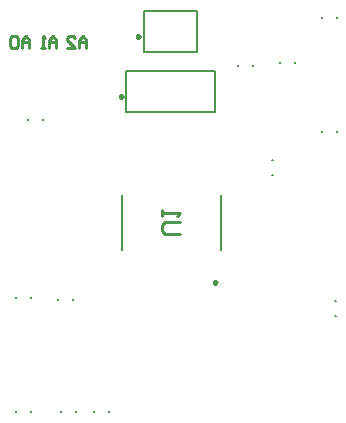
<source format=gbr>
%FSTAX23Y23*%
%MOMM*%
%SFA1B1*%

%IPPOS*%
%ADD26C,0.253999*%
%ADD27C,0.250000*%
%ADD28C,0.200000*%
%LNflightstick_buttonpanelv3r_legend_bot-1*%
%LPD*%
G54D26*
X-11938Y24638D02*
Y25304D01*
X-12271Y25637*
X-12604Y25304*
Y24638*
Y25137*
X-11938*
X-12937Y25471D02*
X-13104Y25637D01*
X-13437*
X-13604Y25471*
Y24804*
X-13437Y24638*
X-13104*
X-12937Y24804*
Y25471*
X-09652Y24638D02*
Y25304D01*
X-09985Y25637*
X-10318Y25304*
Y24638*
Y25137*
X-09652*
X-10651Y24638D02*
X-10984D01*
X-10818*
Y25637*
X-10651Y25471*
X-07112Y24638D02*
Y25304D01*
X-07445Y25637*
X-07778Y25304*
Y24638*
Y25137*
X-07112*
X-08778Y24638D02*
X-08111D01*
X-08778Y25304*
Y25471*
X-08611Y25637*
X-08278*
X-08111Y25471*
X00837Y08839D02*
X-00431D01*
X-00685Y09093*
Y09601*
X-00431Y09855*
X00837*
X-00685Y10363D02*
Y1087D01*
Y10616*
X00837*
X00584Y10363*
G54D27*
X03901Y0478D02*
D01*
X039Y04788*
X03899Y04797*
X03898Y04806*
X03896Y04814*
X03893Y04822*
X0389Y04831*
X03886Y04838*
X03882Y04846*
X03877Y04853*
X03871Y0486*
X03866Y04867*
X03859Y04873*
X03853Y04878*
X03846Y04883*
X03838Y04888*
X0383Y04892*
X03823Y04896*
X03814Y04899*
X03806Y04901*
X03797Y04903*
X03789Y04904*
X0378Y04905*
X03771*
X03763Y04904*
X03754Y04903*
X03745Y04901*
X03737Y04899*
X03729Y04896*
X03721Y04892*
X03713Y04888*
X03706Y04883*
X03699Y04878*
X03692Y04873*
X03686Y04867*
X0368Y0486*
X03675Y04853*
X0367Y04846*
X03665Y04838*
X03661Y04831*
X03658Y04822*
X03656Y04814*
X03653Y04806*
X03652Y04797*
X03651Y04788*
X03651Y0478*
X03651Y04771*
X03652Y04762*
X03653Y04754*
X03656Y04745*
X03658Y04737*
X03661Y04729*
X03665Y04721*
X0367Y04713*
X03675Y04706*
X0368Y04699*
X03686Y04693*
X03692Y04687*
X03699Y04681*
X03706Y04676*
X03713Y04671*
X03721Y04667*
X03729Y04664*
X03737Y04661*
X03745Y04658*
X03754Y04657*
X03763Y04655*
X03771Y04655*
X0378*
X03789Y04655*
X03797Y04657*
X03806Y04658*
X03814Y04661*
X03823Y04664*
X0383Y04667*
X03838Y04671*
X03846Y04676*
X03853Y04681*
X03859Y04687*
X03866Y04693*
X03871Y04699*
X03877Y04706*
X03882Y04713*
X03886Y04721*
X0389Y04729*
X03893Y04737*
X03896Y04745*
X03898Y04754*
X03899Y04762*
X039Y04771*
X03901Y0478*
X-04049Y20529D02*
D01*
X-0405Y20538*
X-04051Y20547*
X-04052Y20555*
X-04054Y20564*
X-04057Y20572*
X-0406Y2058*
X-04064Y20588*
X-04068Y20596*
X-04073Y20603*
X-04079Y2061*
X-04085Y20616*
X-04091Y20622*
X-04098Y20628*
X-04105Y20633*
X-04112Y20638*
X-0412Y20642*
X-04128Y20645*
X-04136Y20648*
X-04144Y20651*
X-04153Y20653*
X-04161Y20654*
X-0417Y20654*
X-04179*
X-04188Y20654*
X-04196Y20653*
X-04205Y20651*
X-04213Y20648*
X-04221Y20645*
X-04229Y20642*
X-04237Y20638*
X-04244Y20633*
X-04251Y20628*
X-04258Y20622*
X-04264Y20616*
X-0427Y2061*
X-04276Y20603*
X-0428Y20596*
X-04285Y20588*
X-04289Y2058*
X-04292Y20572*
X-04295Y20564*
X-04297Y20555*
X-04298Y20547*
X-04299Y20538*
X-04299Y20529*
X-04299Y20521*
X-04298Y20512*
X-04297Y20503*
X-04295Y20495*
X-04292Y20487*
X-04289Y20479*
X-04285Y20471*
X-0428Y20463*
X-04276Y20456*
X-0427Y20449*
X-04264Y20443*
X-04258Y20437*
X-04251Y20431*
X-04244Y20426*
X-04237Y20421*
X-04229Y20417*
X-04221Y20414*
X-04213Y20411*
X-04205Y20408*
X-04196Y20406*
X-04188Y20405*
X-04179Y20405*
X-0417*
X-04161Y20405*
X-04153Y20406*
X-04144Y20408*
X-04136Y20411*
X-04128Y20414*
X-0412Y20417*
X-04112Y20421*
X-04105Y20426*
X-04098Y20431*
X-04091Y20437*
X-04085Y20443*
X-04079Y20449*
X-04073Y20456*
X-04068Y20463*
X-04064Y20471*
X-0406Y20479*
X-04057Y20487*
X-04054Y20495*
X-04052Y20503*
X-04051Y20512*
X-0405Y20521*
X-04049Y20529*
X-02599Y25584D02*
D01*
X-026Y25593*
X-02601Y25602*
X-02602Y2561*
X-02604Y25619*
X-02607Y25627*
X-0261Y25635*
X-02614Y25643*
X-02618Y25651*
X-02623Y25658*
X-02629Y25665*
X-02635Y25671*
X-02641Y25677*
X-02648Y25683*
X-02655Y25688*
X-02662Y25693*
X-0267Y25697*
X-02678Y257*
X-02686Y25703*
X-02694Y25706*
X-02703Y25708*
X-02711Y25709*
X-0272Y25709*
X-02729*
X-02738Y25709*
X-02746Y25708*
X-02755Y25706*
X-02763Y25703*
X-02771Y257*
X-02779Y25697*
X-02787Y25693*
X-02794Y25688*
X-02801Y25683*
X-02808Y25677*
X-02814Y25671*
X-0282Y25665*
X-02826Y25658*
X-0283Y25651*
X-02835Y25643*
X-02839Y25635*
X-02842Y25627*
X-02845Y25619*
X-02847Y2561*
X-02848Y25602*
X-02849Y25593*
X-02849Y25584*
X-02849Y25576*
X-02848Y25567*
X-02847Y25559*
X-02845Y2555*
X-02842Y25542*
X-02839Y25534*
X-02835Y25526*
X-0283Y25518*
X-02826Y25511*
X-0282Y25504*
X-02814Y25498*
X-02808Y25492*
X-02801Y25486*
X-02794Y25481*
X-02787Y25476*
X-02779Y25472*
X-02771Y25469*
X-02763Y25466*
X-02755Y25463*
X-02746Y25461*
X-02738Y2546*
X-02729Y2546*
X-0272*
X-02711Y2546*
X-02703Y25461*
X-02694Y25463*
X-02686Y25466*
X-02678Y25469*
X-0267Y25472*
X-02662Y25476*
X-02655Y25481*
X-02648Y25486*
X-02641Y25492*
X-02635Y25498*
X-02629Y25504*
X-02623Y25511*
X-02618Y25518*
X-02614Y25526*
X-0261Y25534*
X-02607Y25542*
X-02604Y2555*
X-02602Y25559*
X-02601Y25567*
X-026Y25576*
X-02599Y25584*
G54D28*
X04276Y0753D02*
Y1218D01*
X-04123Y0753D02*
Y1218D01*
X08585Y13827D02*
X08685D01*
X08585Y15127D02*
X08685D01*
X12811Y17475D02*
Y17575D01*
X14111Y17475D02*
Y17575D01*
X12811Y27127D02*
Y27227D01*
X14111Y27127D02*
Y27227D01*
X-10779Y18491D02*
Y18591D01*
X-12079Y18491D02*
Y18591D01*
X13953Y01889D02*
X14053D01*
X13953Y03189D02*
X14053D01*
X09255Y23317D02*
Y23417D01*
X10555Y23317D02*
Y23417D01*
X05699Y23063D02*
Y23163D01*
X06999Y23063D02*
Y23163D01*
X-13095Y-06179D02*
Y-06079D01*
X-11795Y-06179D02*
Y-06079D01*
X-13095Y03471D02*
Y03571D01*
X-11795Y03471D02*
Y03571D01*
X-09285Y-06179D02*
Y-06079D01*
X-07985Y-06179D02*
Y-06079D01*
X-09539Y03251D02*
Y03351D01*
X-08239Y03251D02*
Y03351D01*
X-06491Y-06179D02*
Y-06079D01*
X-05191Y-06179D02*
Y-06079D01*
X03749Y19204D02*
Y22704D01*
X-03749Y19204D02*
X03749D01*
X-03749D02*
Y22704D01*
X03749*
X02249Y24284D02*
Y27784D01*
X-02249Y24284D02*
X02249D01*
X-02249D02*
Y27784D01*
X02249*
M02*
</source>
